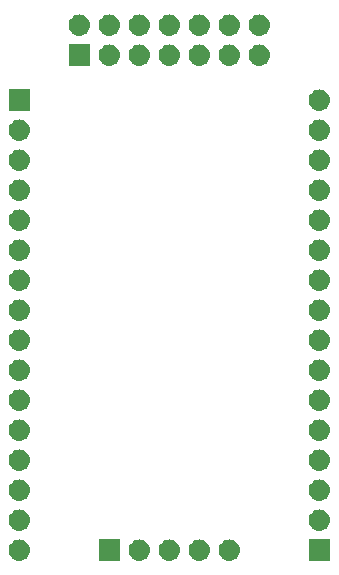
<source format=gbr>
G04 #@! TF.GenerationSoftware,KiCad,Pcbnew,(5.1.0)-1*
G04 #@! TF.CreationDate,2019-04-26T16:32:53+08:00*
G04 #@! TF.ProjectId,stm32,73746d33-322e-46b6-9963-61645f706362,rev?*
G04 #@! TF.SameCoordinates,Original*
G04 #@! TF.FileFunction,Soldermask,Bot*
G04 #@! TF.FilePolarity,Negative*
%FSLAX46Y46*%
G04 Gerber Fmt 4.6, Leading zero omitted, Abs format (unit mm)*
G04 Created by KiCad (PCBNEW (5.1.0)-1) date 2019-04-26 16:32:53*
%MOMM*%
%LPD*%
G04 APERTURE LIST*
%ADD10C,0.100000*%
G04 APERTURE END LIST*
D10*
G36*
X116950442Y-112770518D02*
G01*
X117016627Y-112777037D01*
X117186466Y-112828557D01*
X117342991Y-112912222D01*
X117378729Y-112941552D01*
X117480186Y-113024814D01*
X117563448Y-113126271D01*
X117592778Y-113162009D01*
X117676443Y-113318534D01*
X117727963Y-113488373D01*
X117745359Y-113665000D01*
X117727963Y-113841627D01*
X117676443Y-114011466D01*
X117592778Y-114167991D01*
X117563448Y-114203729D01*
X117480186Y-114305186D01*
X117378729Y-114388448D01*
X117342991Y-114417778D01*
X117186466Y-114501443D01*
X117016627Y-114552963D01*
X116950442Y-114559482D01*
X116884260Y-114566000D01*
X116795740Y-114566000D01*
X116729558Y-114559482D01*
X116663373Y-114552963D01*
X116493534Y-114501443D01*
X116337009Y-114417778D01*
X116301271Y-114388448D01*
X116199814Y-114305186D01*
X116116552Y-114203729D01*
X116087222Y-114167991D01*
X116003557Y-114011466D01*
X115952037Y-113841627D01*
X115934641Y-113665000D01*
X115952037Y-113488373D01*
X116003557Y-113318534D01*
X116087222Y-113162009D01*
X116116552Y-113126271D01*
X116199814Y-113024814D01*
X116301271Y-112941552D01*
X116337009Y-112912222D01*
X116493534Y-112828557D01*
X116663373Y-112777037D01*
X116729558Y-112770518D01*
X116795740Y-112764000D01*
X116884260Y-112764000D01*
X116950442Y-112770518D01*
X116950442Y-112770518D01*
G37*
G36*
X134730442Y-112770518D02*
G01*
X134796627Y-112777037D01*
X134966466Y-112828557D01*
X135122991Y-112912222D01*
X135158729Y-112941552D01*
X135260186Y-113024814D01*
X135343448Y-113126271D01*
X135372778Y-113162009D01*
X135456443Y-113318534D01*
X135507963Y-113488373D01*
X135525359Y-113665000D01*
X135507963Y-113841627D01*
X135456443Y-114011466D01*
X135372778Y-114167991D01*
X135343448Y-114203729D01*
X135260186Y-114305186D01*
X135158729Y-114388448D01*
X135122991Y-114417778D01*
X134966466Y-114501443D01*
X134796627Y-114552963D01*
X134730442Y-114559482D01*
X134664260Y-114566000D01*
X134575740Y-114566000D01*
X134509558Y-114559482D01*
X134443373Y-114552963D01*
X134273534Y-114501443D01*
X134117009Y-114417778D01*
X134081271Y-114388448D01*
X133979814Y-114305186D01*
X133896552Y-114203729D01*
X133867222Y-114167991D01*
X133783557Y-114011466D01*
X133732037Y-113841627D01*
X133714641Y-113665000D01*
X133732037Y-113488373D01*
X133783557Y-113318534D01*
X133867222Y-113162009D01*
X133896552Y-113126271D01*
X133979814Y-113024814D01*
X134081271Y-112941552D01*
X134117009Y-112912222D01*
X134273534Y-112828557D01*
X134443373Y-112777037D01*
X134509558Y-112770518D01*
X134575740Y-112764000D01*
X134664260Y-112764000D01*
X134730442Y-112770518D01*
X134730442Y-112770518D01*
G37*
G36*
X143141000Y-114566000D02*
G01*
X141339000Y-114566000D01*
X141339000Y-112764000D01*
X143141000Y-112764000D01*
X143141000Y-114566000D01*
X143141000Y-114566000D01*
G37*
G36*
X125361000Y-114566000D02*
G01*
X123559000Y-114566000D01*
X123559000Y-112764000D01*
X125361000Y-112764000D01*
X125361000Y-114566000D01*
X125361000Y-114566000D01*
G37*
G36*
X129650442Y-112770518D02*
G01*
X129716627Y-112777037D01*
X129886466Y-112828557D01*
X130042991Y-112912222D01*
X130078729Y-112941552D01*
X130180186Y-113024814D01*
X130263448Y-113126271D01*
X130292778Y-113162009D01*
X130376443Y-113318534D01*
X130427963Y-113488373D01*
X130445359Y-113665000D01*
X130427963Y-113841627D01*
X130376443Y-114011466D01*
X130292778Y-114167991D01*
X130263448Y-114203729D01*
X130180186Y-114305186D01*
X130078729Y-114388448D01*
X130042991Y-114417778D01*
X129886466Y-114501443D01*
X129716627Y-114552963D01*
X129650442Y-114559482D01*
X129584260Y-114566000D01*
X129495740Y-114566000D01*
X129429558Y-114559482D01*
X129363373Y-114552963D01*
X129193534Y-114501443D01*
X129037009Y-114417778D01*
X129001271Y-114388448D01*
X128899814Y-114305186D01*
X128816552Y-114203729D01*
X128787222Y-114167991D01*
X128703557Y-114011466D01*
X128652037Y-113841627D01*
X128634641Y-113665000D01*
X128652037Y-113488373D01*
X128703557Y-113318534D01*
X128787222Y-113162009D01*
X128816552Y-113126271D01*
X128899814Y-113024814D01*
X129001271Y-112941552D01*
X129037009Y-112912222D01*
X129193534Y-112828557D01*
X129363373Y-112777037D01*
X129429558Y-112770518D01*
X129495740Y-112764000D01*
X129584260Y-112764000D01*
X129650442Y-112770518D01*
X129650442Y-112770518D01*
G37*
G36*
X132190442Y-112770518D02*
G01*
X132256627Y-112777037D01*
X132426466Y-112828557D01*
X132582991Y-112912222D01*
X132618729Y-112941552D01*
X132720186Y-113024814D01*
X132803448Y-113126271D01*
X132832778Y-113162009D01*
X132916443Y-113318534D01*
X132967963Y-113488373D01*
X132985359Y-113665000D01*
X132967963Y-113841627D01*
X132916443Y-114011466D01*
X132832778Y-114167991D01*
X132803448Y-114203729D01*
X132720186Y-114305186D01*
X132618729Y-114388448D01*
X132582991Y-114417778D01*
X132426466Y-114501443D01*
X132256627Y-114552963D01*
X132190442Y-114559482D01*
X132124260Y-114566000D01*
X132035740Y-114566000D01*
X131969558Y-114559482D01*
X131903373Y-114552963D01*
X131733534Y-114501443D01*
X131577009Y-114417778D01*
X131541271Y-114388448D01*
X131439814Y-114305186D01*
X131356552Y-114203729D01*
X131327222Y-114167991D01*
X131243557Y-114011466D01*
X131192037Y-113841627D01*
X131174641Y-113665000D01*
X131192037Y-113488373D01*
X131243557Y-113318534D01*
X131327222Y-113162009D01*
X131356552Y-113126271D01*
X131439814Y-113024814D01*
X131541271Y-112941552D01*
X131577009Y-112912222D01*
X131733534Y-112828557D01*
X131903373Y-112777037D01*
X131969558Y-112770518D01*
X132035740Y-112764000D01*
X132124260Y-112764000D01*
X132190442Y-112770518D01*
X132190442Y-112770518D01*
G37*
G36*
X127110442Y-112770518D02*
G01*
X127176627Y-112777037D01*
X127346466Y-112828557D01*
X127502991Y-112912222D01*
X127538729Y-112941552D01*
X127640186Y-113024814D01*
X127723448Y-113126271D01*
X127752778Y-113162009D01*
X127836443Y-113318534D01*
X127887963Y-113488373D01*
X127905359Y-113665000D01*
X127887963Y-113841627D01*
X127836443Y-114011466D01*
X127752778Y-114167991D01*
X127723448Y-114203729D01*
X127640186Y-114305186D01*
X127538729Y-114388448D01*
X127502991Y-114417778D01*
X127346466Y-114501443D01*
X127176627Y-114552963D01*
X127110442Y-114559482D01*
X127044260Y-114566000D01*
X126955740Y-114566000D01*
X126889558Y-114559482D01*
X126823373Y-114552963D01*
X126653534Y-114501443D01*
X126497009Y-114417778D01*
X126461271Y-114388448D01*
X126359814Y-114305186D01*
X126276552Y-114203729D01*
X126247222Y-114167991D01*
X126163557Y-114011466D01*
X126112037Y-113841627D01*
X126094641Y-113665000D01*
X126112037Y-113488373D01*
X126163557Y-113318534D01*
X126247222Y-113162009D01*
X126276552Y-113126271D01*
X126359814Y-113024814D01*
X126461271Y-112941552D01*
X126497009Y-112912222D01*
X126653534Y-112828557D01*
X126823373Y-112777037D01*
X126889558Y-112770518D01*
X126955740Y-112764000D01*
X127044260Y-112764000D01*
X127110442Y-112770518D01*
X127110442Y-112770518D01*
G37*
G36*
X142350443Y-110230519D02*
G01*
X142416627Y-110237037D01*
X142586466Y-110288557D01*
X142742991Y-110372222D01*
X142778729Y-110401552D01*
X142880186Y-110484814D01*
X142963448Y-110586271D01*
X142992778Y-110622009D01*
X143076443Y-110778534D01*
X143127963Y-110948373D01*
X143145359Y-111125000D01*
X143127963Y-111301627D01*
X143076443Y-111471466D01*
X142992778Y-111627991D01*
X142963448Y-111663729D01*
X142880186Y-111765186D01*
X142778729Y-111848448D01*
X142742991Y-111877778D01*
X142586466Y-111961443D01*
X142416627Y-112012963D01*
X142350442Y-112019482D01*
X142284260Y-112026000D01*
X142195740Y-112026000D01*
X142129558Y-112019482D01*
X142063373Y-112012963D01*
X141893534Y-111961443D01*
X141737009Y-111877778D01*
X141701271Y-111848448D01*
X141599814Y-111765186D01*
X141516552Y-111663729D01*
X141487222Y-111627991D01*
X141403557Y-111471466D01*
X141352037Y-111301627D01*
X141334641Y-111125000D01*
X141352037Y-110948373D01*
X141403557Y-110778534D01*
X141487222Y-110622009D01*
X141516552Y-110586271D01*
X141599814Y-110484814D01*
X141701271Y-110401552D01*
X141737009Y-110372222D01*
X141893534Y-110288557D01*
X142063373Y-110237037D01*
X142129557Y-110230519D01*
X142195740Y-110224000D01*
X142284260Y-110224000D01*
X142350443Y-110230519D01*
X142350443Y-110230519D01*
G37*
G36*
X116950443Y-110230519D02*
G01*
X117016627Y-110237037D01*
X117186466Y-110288557D01*
X117342991Y-110372222D01*
X117378729Y-110401552D01*
X117480186Y-110484814D01*
X117563448Y-110586271D01*
X117592778Y-110622009D01*
X117676443Y-110778534D01*
X117727963Y-110948373D01*
X117745359Y-111125000D01*
X117727963Y-111301627D01*
X117676443Y-111471466D01*
X117592778Y-111627991D01*
X117563448Y-111663729D01*
X117480186Y-111765186D01*
X117378729Y-111848448D01*
X117342991Y-111877778D01*
X117186466Y-111961443D01*
X117016627Y-112012963D01*
X116950442Y-112019482D01*
X116884260Y-112026000D01*
X116795740Y-112026000D01*
X116729558Y-112019482D01*
X116663373Y-112012963D01*
X116493534Y-111961443D01*
X116337009Y-111877778D01*
X116301271Y-111848448D01*
X116199814Y-111765186D01*
X116116552Y-111663729D01*
X116087222Y-111627991D01*
X116003557Y-111471466D01*
X115952037Y-111301627D01*
X115934641Y-111125000D01*
X115952037Y-110948373D01*
X116003557Y-110778534D01*
X116087222Y-110622009D01*
X116116552Y-110586271D01*
X116199814Y-110484814D01*
X116301271Y-110401552D01*
X116337009Y-110372222D01*
X116493534Y-110288557D01*
X116663373Y-110237037D01*
X116729557Y-110230519D01*
X116795740Y-110224000D01*
X116884260Y-110224000D01*
X116950443Y-110230519D01*
X116950443Y-110230519D01*
G37*
G36*
X116950443Y-107690519D02*
G01*
X117016627Y-107697037D01*
X117186466Y-107748557D01*
X117342991Y-107832222D01*
X117378729Y-107861552D01*
X117480186Y-107944814D01*
X117563448Y-108046271D01*
X117592778Y-108082009D01*
X117676443Y-108238534D01*
X117727963Y-108408373D01*
X117745359Y-108585000D01*
X117727963Y-108761627D01*
X117676443Y-108931466D01*
X117592778Y-109087991D01*
X117563448Y-109123729D01*
X117480186Y-109225186D01*
X117378729Y-109308448D01*
X117342991Y-109337778D01*
X117186466Y-109421443D01*
X117016627Y-109472963D01*
X116950442Y-109479482D01*
X116884260Y-109486000D01*
X116795740Y-109486000D01*
X116729558Y-109479482D01*
X116663373Y-109472963D01*
X116493534Y-109421443D01*
X116337009Y-109337778D01*
X116301271Y-109308448D01*
X116199814Y-109225186D01*
X116116552Y-109123729D01*
X116087222Y-109087991D01*
X116003557Y-108931466D01*
X115952037Y-108761627D01*
X115934641Y-108585000D01*
X115952037Y-108408373D01*
X116003557Y-108238534D01*
X116087222Y-108082009D01*
X116116552Y-108046271D01*
X116199814Y-107944814D01*
X116301271Y-107861552D01*
X116337009Y-107832222D01*
X116493534Y-107748557D01*
X116663373Y-107697037D01*
X116729557Y-107690519D01*
X116795740Y-107684000D01*
X116884260Y-107684000D01*
X116950443Y-107690519D01*
X116950443Y-107690519D01*
G37*
G36*
X142350443Y-107690519D02*
G01*
X142416627Y-107697037D01*
X142586466Y-107748557D01*
X142742991Y-107832222D01*
X142778729Y-107861552D01*
X142880186Y-107944814D01*
X142963448Y-108046271D01*
X142992778Y-108082009D01*
X143076443Y-108238534D01*
X143127963Y-108408373D01*
X143145359Y-108585000D01*
X143127963Y-108761627D01*
X143076443Y-108931466D01*
X142992778Y-109087991D01*
X142963448Y-109123729D01*
X142880186Y-109225186D01*
X142778729Y-109308448D01*
X142742991Y-109337778D01*
X142586466Y-109421443D01*
X142416627Y-109472963D01*
X142350442Y-109479482D01*
X142284260Y-109486000D01*
X142195740Y-109486000D01*
X142129558Y-109479482D01*
X142063373Y-109472963D01*
X141893534Y-109421443D01*
X141737009Y-109337778D01*
X141701271Y-109308448D01*
X141599814Y-109225186D01*
X141516552Y-109123729D01*
X141487222Y-109087991D01*
X141403557Y-108931466D01*
X141352037Y-108761627D01*
X141334641Y-108585000D01*
X141352037Y-108408373D01*
X141403557Y-108238534D01*
X141487222Y-108082009D01*
X141516552Y-108046271D01*
X141599814Y-107944814D01*
X141701271Y-107861552D01*
X141737009Y-107832222D01*
X141893534Y-107748557D01*
X142063373Y-107697037D01*
X142129557Y-107690519D01*
X142195740Y-107684000D01*
X142284260Y-107684000D01*
X142350443Y-107690519D01*
X142350443Y-107690519D01*
G37*
G36*
X116950443Y-105150519D02*
G01*
X117016627Y-105157037D01*
X117186466Y-105208557D01*
X117342991Y-105292222D01*
X117378729Y-105321552D01*
X117480186Y-105404814D01*
X117563448Y-105506271D01*
X117592778Y-105542009D01*
X117676443Y-105698534D01*
X117727963Y-105868373D01*
X117745359Y-106045000D01*
X117727963Y-106221627D01*
X117676443Y-106391466D01*
X117592778Y-106547991D01*
X117563448Y-106583729D01*
X117480186Y-106685186D01*
X117378729Y-106768448D01*
X117342991Y-106797778D01*
X117186466Y-106881443D01*
X117016627Y-106932963D01*
X116950442Y-106939482D01*
X116884260Y-106946000D01*
X116795740Y-106946000D01*
X116729558Y-106939482D01*
X116663373Y-106932963D01*
X116493534Y-106881443D01*
X116337009Y-106797778D01*
X116301271Y-106768448D01*
X116199814Y-106685186D01*
X116116552Y-106583729D01*
X116087222Y-106547991D01*
X116003557Y-106391466D01*
X115952037Y-106221627D01*
X115934641Y-106045000D01*
X115952037Y-105868373D01*
X116003557Y-105698534D01*
X116087222Y-105542009D01*
X116116552Y-105506271D01*
X116199814Y-105404814D01*
X116301271Y-105321552D01*
X116337009Y-105292222D01*
X116493534Y-105208557D01*
X116663373Y-105157037D01*
X116729558Y-105150518D01*
X116795740Y-105144000D01*
X116884260Y-105144000D01*
X116950443Y-105150519D01*
X116950443Y-105150519D01*
G37*
G36*
X142350443Y-105150519D02*
G01*
X142416627Y-105157037D01*
X142586466Y-105208557D01*
X142742991Y-105292222D01*
X142778729Y-105321552D01*
X142880186Y-105404814D01*
X142963448Y-105506271D01*
X142992778Y-105542009D01*
X143076443Y-105698534D01*
X143127963Y-105868373D01*
X143145359Y-106045000D01*
X143127963Y-106221627D01*
X143076443Y-106391466D01*
X142992778Y-106547991D01*
X142963448Y-106583729D01*
X142880186Y-106685186D01*
X142778729Y-106768448D01*
X142742991Y-106797778D01*
X142586466Y-106881443D01*
X142416627Y-106932963D01*
X142350442Y-106939482D01*
X142284260Y-106946000D01*
X142195740Y-106946000D01*
X142129558Y-106939482D01*
X142063373Y-106932963D01*
X141893534Y-106881443D01*
X141737009Y-106797778D01*
X141701271Y-106768448D01*
X141599814Y-106685186D01*
X141516552Y-106583729D01*
X141487222Y-106547991D01*
X141403557Y-106391466D01*
X141352037Y-106221627D01*
X141334641Y-106045000D01*
X141352037Y-105868373D01*
X141403557Y-105698534D01*
X141487222Y-105542009D01*
X141516552Y-105506271D01*
X141599814Y-105404814D01*
X141701271Y-105321552D01*
X141737009Y-105292222D01*
X141893534Y-105208557D01*
X142063373Y-105157037D01*
X142129558Y-105150518D01*
X142195740Y-105144000D01*
X142284260Y-105144000D01*
X142350443Y-105150519D01*
X142350443Y-105150519D01*
G37*
G36*
X116950442Y-102610518D02*
G01*
X117016627Y-102617037D01*
X117186466Y-102668557D01*
X117342991Y-102752222D01*
X117378729Y-102781552D01*
X117480186Y-102864814D01*
X117563448Y-102966271D01*
X117592778Y-103002009D01*
X117676443Y-103158534D01*
X117727963Y-103328373D01*
X117745359Y-103505000D01*
X117727963Y-103681627D01*
X117676443Y-103851466D01*
X117592778Y-104007991D01*
X117563448Y-104043729D01*
X117480186Y-104145186D01*
X117378729Y-104228448D01*
X117342991Y-104257778D01*
X117186466Y-104341443D01*
X117016627Y-104392963D01*
X116950442Y-104399482D01*
X116884260Y-104406000D01*
X116795740Y-104406000D01*
X116729558Y-104399482D01*
X116663373Y-104392963D01*
X116493534Y-104341443D01*
X116337009Y-104257778D01*
X116301271Y-104228448D01*
X116199814Y-104145186D01*
X116116552Y-104043729D01*
X116087222Y-104007991D01*
X116003557Y-103851466D01*
X115952037Y-103681627D01*
X115934641Y-103505000D01*
X115952037Y-103328373D01*
X116003557Y-103158534D01*
X116087222Y-103002009D01*
X116116552Y-102966271D01*
X116199814Y-102864814D01*
X116301271Y-102781552D01*
X116337009Y-102752222D01*
X116493534Y-102668557D01*
X116663373Y-102617037D01*
X116729558Y-102610518D01*
X116795740Y-102604000D01*
X116884260Y-102604000D01*
X116950442Y-102610518D01*
X116950442Y-102610518D01*
G37*
G36*
X142350442Y-102610518D02*
G01*
X142416627Y-102617037D01*
X142586466Y-102668557D01*
X142742991Y-102752222D01*
X142778729Y-102781552D01*
X142880186Y-102864814D01*
X142963448Y-102966271D01*
X142992778Y-103002009D01*
X143076443Y-103158534D01*
X143127963Y-103328373D01*
X143145359Y-103505000D01*
X143127963Y-103681627D01*
X143076443Y-103851466D01*
X142992778Y-104007991D01*
X142963448Y-104043729D01*
X142880186Y-104145186D01*
X142778729Y-104228448D01*
X142742991Y-104257778D01*
X142586466Y-104341443D01*
X142416627Y-104392963D01*
X142350442Y-104399482D01*
X142284260Y-104406000D01*
X142195740Y-104406000D01*
X142129558Y-104399482D01*
X142063373Y-104392963D01*
X141893534Y-104341443D01*
X141737009Y-104257778D01*
X141701271Y-104228448D01*
X141599814Y-104145186D01*
X141516552Y-104043729D01*
X141487222Y-104007991D01*
X141403557Y-103851466D01*
X141352037Y-103681627D01*
X141334641Y-103505000D01*
X141352037Y-103328373D01*
X141403557Y-103158534D01*
X141487222Y-103002009D01*
X141516552Y-102966271D01*
X141599814Y-102864814D01*
X141701271Y-102781552D01*
X141737009Y-102752222D01*
X141893534Y-102668557D01*
X142063373Y-102617037D01*
X142129558Y-102610518D01*
X142195740Y-102604000D01*
X142284260Y-102604000D01*
X142350442Y-102610518D01*
X142350442Y-102610518D01*
G37*
G36*
X116950442Y-100070518D02*
G01*
X117016627Y-100077037D01*
X117186466Y-100128557D01*
X117342991Y-100212222D01*
X117378729Y-100241552D01*
X117480186Y-100324814D01*
X117563448Y-100426271D01*
X117592778Y-100462009D01*
X117676443Y-100618534D01*
X117727963Y-100788373D01*
X117745359Y-100965000D01*
X117727963Y-101141627D01*
X117676443Y-101311466D01*
X117592778Y-101467991D01*
X117563448Y-101503729D01*
X117480186Y-101605186D01*
X117378729Y-101688448D01*
X117342991Y-101717778D01*
X117186466Y-101801443D01*
X117016627Y-101852963D01*
X116950443Y-101859481D01*
X116884260Y-101866000D01*
X116795740Y-101866000D01*
X116729558Y-101859482D01*
X116663373Y-101852963D01*
X116493534Y-101801443D01*
X116337009Y-101717778D01*
X116301271Y-101688448D01*
X116199814Y-101605186D01*
X116116552Y-101503729D01*
X116087222Y-101467991D01*
X116003557Y-101311466D01*
X115952037Y-101141627D01*
X115934641Y-100965000D01*
X115952037Y-100788373D01*
X116003557Y-100618534D01*
X116087222Y-100462009D01*
X116116552Y-100426271D01*
X116199814Y-100324814D01*
X116301271Y-100241552D01*
X116337009Y-100212222D01*
X116493534Y-100128557D01*
X116663373Y-100077037D01*
X116729557Y-100070519D01*
X116795740Y-100064000D01*
X116884260Y-100064000D01*
X116950442Y-100070518D01*
X116950442Y-100070518D01*
G37*
G36*
X142350442Y-100070518D02*
G01*
X142416627Y-100077037D01*
X142586466Y-100128557D01*
X142742991Y-100212222D01*
X142778729Y-100241552D01*
X142880186Y-100324814D01*
X142963448Y-100426271D01*
X142992778Y-100462009D01*
X143076443Y-100618534D01*
X143127963Y-100788373D01*
X143145359Y-100965000D01*
X143127963Y-101141627D01*
X143076443Y-101311466D01*
X142992778Y-101467991D01*
X142963448Y-101503729D01*
X142880186Y-101605186D01*
X142778729Y-101688448D01*
X142742991Y-101717778D01*
X142586466Y-101801443D01*
X142416627Y-101852963D01*
X142350443Y-101859481D01*
X142284260Y-101866000D01*
X142195740Y-101866000D01*
X142129558Y-101859482D01*
X142063373Y-101852963D01*
X141893534Y-101801443D01*
X141737009Y-101717778D01*
X141701271Y-101688448D01*
X141599814Y-101605186D01*
X141516552Y-101503729D01*
X141487222Y-101467991D01*
X141403557Y-101311466D01*
X141352037Y-101141627D01*
X141334641Y-100965000D01*
X141352037Y-100788373D01*
X141403557Y-100618534D01*
X141487222Y-100462009D01*
X141516552Y-100426271D01*
X141599814Y-100324814D01*
X141701271Y-100241552D01*
X141737009Y-100212222D01*
X141893534Y-100128557D01*
X142063373Y-100077037D01*
X142129557Y-100070519D01*
X142195740Y-100064000D01*
X142284260Y-100064000D01*
X142350442Y-100070518D01*
X142350442Y-100070518D01*
G37*
G36*
X116950442Y-97530518D02*
G01*
X117016627Y-97537037D01*
X117186466Y-97588557D01*
X117342991Y-97672222D01*
X117378729Y-97701552D01*
X117480186Y-97784814D01*
X117563448Y-97886271D01*
X117592778Y-97922009D01*
X117676443Y-98078534D01*
X117727963Y-98248373D01*
X117745359Y-98425000D01*
X117727963Y-98601627D01*
X117676443Y-98771466D01*
X117592778Y-98927991D01*
X117563448Y-98963729D01*
X117480186Y-99065186D01*
X117378729Y-99148448D01*
X117342991Y-99177778D01*
X117186466Y-99261443D01*
X117016627Y-99312963D01*
X116950442Y-99319482D01*
X116884260Y-99326000D01*
X116795740Y-99326000D01*
X116729557Y-99319481D01*
X116663373Y-99312963D01*
X116493534Y-99261443D01*
X116337009Y-99177778D01*
X116301271Y-99148448D01*
X116199814Y-99065186D01*
X116116552Y-98963729D01*
X116087222Y-98927991D01*
X116003557Y-98771466D01*
X115952037Y-98601627D01*
X115934641Y-98425000D01*
X115952037Y-98248373D01*
X116003557Y-98078534D01*
X116087222Y-97922009D01*
X116116552Y-97886271D01*
X116199814Y-97784814D01*
X116301271Y-97701552D01*
X116337009Y-97672222D01*
X116493534Y-97588557D01*
X116663373Y-97537037D01*
X116729558Y-97530518D01*
X116795740Y-97524000D01*
X116884260Y-97524000D01*
X116950442Y-97530518D01*
X116950442Y-97530518D01*
G37*
G36*
X142350442Y-97530518D02*
G01*
X142416627Y-97537037D01*
X142586466Y-97588557D01*
X142742991Y-97672222D01*
X142778729Y-97701552D01*
X142880186Y-97784814D01*
X142963448Y-97886271D01*
X142992778Y-97922009D01*
X143076443Y-98078534D01*
X143127963Y-98248373D01*
X143145359Y-98425000D01*
X143127963Y-98601627D01*
X143076443Y-98771466D01*
X142992778Y-98927991D01*
X142963448Y-98963729D01*
X142880186Y-99065186D01*
X142778729Y-99148448D01*
X142742991Y-99177778D01*
X142586466Y-99261443D01*
X142416627Y-99312963D01*
X142350442Y-99319482D01*
X142284260Y-99326000D01*
X142195740Y-99326000D01*
X142129557Y-99319481D01*
X142063373Y-99312963D01*
X141893534Y-99261443D01*
X141737009Y-99177778D01*
X141701271Y-99148448D01*
X141599814Y-99065186D01*
X141516552Y-98963729D01*
X141487222Y-98927991D01*
X141403557Y-98771466D01*
X141352037Y-98601627D01*
X141334641Y-98425000D01*
X141352037Y-98248373D01*
X141403557Y-98078534D01*
X141487222Y-97922009D01*
X141516552Y-97886271D01*
X141599814Y-97784814D01*
X141701271Y-97701552D01*
X141737009Y-97672222D01*
X141893534Y-97588557D01*
X142063373Y-97537037D01*
X142129558Y-97530518D01*
X142195740Y-97524000D01*
X142284260Y-97524000D01*
X142350442Y-97530518D01*
X142350442Y-97530518D01*
G37*
G36*
X142350443Y-94990519D02*
G01*
X142416627Y-94997037D01*
X142586466Y-95048557D01*
X142742991Y-95132222D01*
X142778729Y-95161552D01*
X142880186Y-95244814D01*
X142963448Y-95346271D01*
X142992778Y-95382009D01*
X143076443Y-95538534D01*
X143127963Y-95708373D01*
X143145359Y-95885000D01*
X143127963Y-96061627D01*
X143076443Y-96231466D01*
X142992778Y-96387991D01*
X142963448Y-96423729D01*
X142880186Y-96525186D01*
X142778729Y-96608448D01*
X142742991Y-96637778D01*
X142586466Y-96721443D01*
X142416627Y-96772963D01*
X142350442Y-96779482D01*
X142284260Y-96786000D01*
X142195740Y-96786000D01*
X142129558Y-96779482D01*
X142063373Y-96772963D01*
X141893534Y-96721443D01*
X141737009Y-96637778D01*
X141701271Y-96608448D01*
X141599814Y-96525186D01*
X141516552Y-96423729D01*
X141487222Y-96387991D01*
X141403557Y-96231466D01*
X141352037Y-96061627D01*
X141334641Y-95885000D01*
X141352037Y-95708373D01*
X141403557Y-95538534D01*
X141487222Y-95382009D01*
X141516552Y-95346271D01*
X141599814Y-95244814D01*
X141701271Y-95161552D01*
X141737009Y-95132222D01*
X141893534Y-95048557D01*
X142063373Y-94997037D01*
X142129557Y-94990519D01*
X142195740Y-94984000D01*
X142284260Y-94984000D01*
X142350443Y-94990519D01*
X142350443Y-94990519D01*
G37*
G36*
X116950443Y-94990519D02*
G01*
X117016627Y-94997037D01*
X117186466Y-95048557D01*
X117342991Y-95132222D01*
X117378729Y-95161552D01*
X117480186Y-95244814D01*
X117563448Y-95346271D01*
X117592778Y-95382009D01*
X117676443Y-95538534D01*
X117727963Y-95708373D01*
X117745359Y-95885000D01*
X117727963Y-96061627D01*
X117676443Y-96231466D01*
X117592778Y-96387991D01*
X117563448Y-96423729D01*
X117480186Y-96525186D01*
X117378729Y-96608448D01*
X117342991Y-96637778D01*
X117186466Y-96721443D01*
X117016627Y-96772963D01*
X116950442Y-96779482D01*
X116884260Y-96786000D01*
X116795740Y-96786000D01*
X116729558Y-96779482D01*
X116663373Y-96772963D01*
X116493534Y-96721443D01*
X116337009Y-96637778D01*
X116301271Y-96608448D01*
X116199814Y-96525186D01*
X116116552Y-96423729D01*
X116087222Y-96387991D01*
X116003557Y-96231466D01*
X115952037Y-96061627D01*
X115934641Y-95885000D01*
X115952037Y-95708373D01*
X116003557Y-95538534D01*
X116087222Y-95382009D01*
X116116552Y-95346271D01*
X116199814Y-95244814D01*
X116301271Y-95161552D01*
X116337009Y-95132222D01*
X116493534Y-95048557D01*
X116663373Y-94997037D01*
X116729557Y-94990519D01*
X116795740Y-94984000D01*
X116884260Y-94984000D01*
X116950443Y-94990519D01*
X116950443Y-94990519D01*
G37*
G36*
X116950443Y-92450519D02*
G01*
X117016627Y-92457037D01*
X117186466Y-92508557D01*
X117342991Y-92592222D01*
X117378729Y-92621552D01*
X117480186Y-92704814D01*
X117563448Y-92806271D01*
X117592778Y-92842009D01*
X117676443Y-92998534D01*
X117727963Y-93168373D01*
X117745359Y-93345000D01*
X117727963Y-93521627D01*
X117676443Y-93691466D01*
X117592778Y-93847991D01*
X117563448Y-93883729D01*
X117480186Y-93985186D01*
X117378729Y-94068448D01*
X117342991Y-94097778D01*
X117186466Y-94181443D01*
X117016627Y-94232963D01*
X116950443Y-94239481D01*
X116884260Y-94246000D01*
X116795740Y-94246000D01*
X116729557Y-94239481D01*
X116663373Y-94232963D01*
X116493534Y-94181443D01*
X116337009Y-94097778D01*
X116301271Y-94068448D01*
X116199814Y-93985186D01*
X116116552Y-93883729D01*
X116087222Y-93847991D01*
X116003557Y-93691466D01*
X115952037Y-93521627D01*
X115934641Y-93345000D01*
X115952037Y-93168373D01*
X116003557Y-92998534D01*
X116087222Y-92842009D01*
X116116552Y-92806271D01*
X116199814Y-92704814D01*
X116301271Y-92621552D01*
X116337009Y-92592222D01*
X116493534Y-92508557D01*
X116663373Y-92457037D01*
X116729557Y-92450519D01*
X116795740Y-92444000D01*
X116884260Y-92444000D01*
X116950443Y-92450519D01*
X116950443Y-92450519D01*
G37*
G36*
X142350443Y-92450519D02*
G01*
X142416627Y-92457037D01*
X142586466Y-92508557D01*
X142742991Y-92592222D01*
X142778729Y-92621552D01*
X142880186Y-92704814D01*
X142963448Y-92806271D01*
X142992778Y-92842009D01*
X143076443Y-92998534D01*
X143127963Y-93168373D01*
X143145359Y-93345000D01*
X143127963Y-93521627D01*
X143076443Y-93691466D01*
X142992778Y-93847991D01*
X142963448Y-93883729D01*
X142880186Y-93985186D01*
X142778729Y-94068448D01*
X142742991Y-94097778D01*
X142586466Y-94181443D01*
X142416627Y-94232963D01*
X142350443Y-94239481D01*
X142284260Y-94246000D01*
X142195740Y-94246000D01*
X142129557Y-94239481D01*
X142063373Y-94232963D01*
X141893534Y-94181443D01*
X141737009Y-94097778D01*
X141701271Y-94068448D01*
X141599814Y-93985186D01*
X141516552Y-93883729D01*
X141487222Y-93847991D01*
X141403557Y-93691466D01*
X141352037Y-93521627D01*
X141334641Y-93345000D01*
X141352037Y-93168373D01*
X141403557Y-92998534D01*
X141487222Y-92842009D01*
X141516552Y-92806271D01*
X141599814Y-92704814D01*
X141701271Y-92621552D01*
X141737009Y-92592222D01*
X141893534Y-92508557D01*
X142063373Y-92457037D01*
X142129557Y-92450519D01*
X142195740Y-92444000D01*
X142284260Y-92444000D01*
X142350443Y-92450519D01*
X142350443Y-92450519D01*
G37*
G36*
X116950442Y-89910518D02*
G01*
X117016627Y-89917037D01*
X117186466Y-89968557D01*
X117342991Y-90052222D01*
X117378729Y-90081552D01*
X117480186Y-90164814D01*
X117563448Y-90266271D01*
X117592778Y-90302009D01*
X117676443Y-90458534D01*
X117727963Y-90628373D01*
X117745359Y-90805000D01*
X117727963Y-90981627D01*
X117676443Y-91151466D01*
X117592778Y-91307991D01*
X117563448Y-91343729D01*
X117480186Y-91445186D01*
X117378729Y-91528448D01*
X117342991Y-91557778D01*
X117186466Y-91641443D01*
X117016627Y-91692963D01*
X116950442Y-91699482D01*
X116884260Y-91706000D01*
X116795740Y-91706000D01*
X116729558Y-91699482D01*
X116663373Y-91692963D01*
X116493534Y-91641443D01*
X116337009Y-91557778D01*
X116301271Y-91528448D01*
X116199814Y-91445186D01*
X116116552Y-91343729D01*
X116087222Y-91307991D01*
X116003557Y-91151466D01*
X115952037Y-90981627D01*
X115934641Y-90805000D01*
X115952037Y-90628373D01*
X116003557Y-90458534D01*
X116087222Y-90302009D01*
X116116552Y-90266271D01*
X116199814Y-90164814D01*
X116301271Y-90081552D01*
X116337009Y-90052222D01*
X116493534Y-89968557D01*
X116663373Y-89917037D01*
X116729558Y-89910518D01*
X116795740Y-89904000D01*
X116884260Y-89904000D01*
X116950442Y-89910518D01*
X116950442Y-89910518D01*
G37*
G36*
X142350442Y-89910518D02*
G01*
X142416627Y-89917037D01*
X142586466Y-89968557D01*
X142742991Y-90052222D01*
X142778729Y-90081552D01*
X142880186Y-90164814D01*
X142963448Y-90266271D01*
X142992778Y-90302009D01*
X143076443Y-90458534D01*
X143127963Y-90628373D01*
X143145359Y-90805000D01*
X143127963Y-90981627D01*
X143076443Y-91151466D01*
X142992778Y-91307991D01*
X142963448Y-91343729D01*
X142880186Y-91445186D01*
X142778729Y-91528448D01*
X142742991Y-91557778D01*
X142586466Y-91641443D01*
X142416627Y-91692963D01*
X142350442Y-91699482D01*
X142284260Y-91706000D01*
X142195740Y-91706000D01*
X142129558Y-91699482D01*
X142063373Y-91692963D01*
X141893534Y-91641443D01*
X141737009Y-91557778D01*
X141701271Y-91528448D01*
X141599814Y-91445186D01*
X141516552Y-91343729D01*
X141487222Y-91307991D01*
X141403557Y-91151466D01*
X141352037Y-90981627D01*
X141334641Y-90805000D01*
X141352037Y-90628373D01*
X141403557Y-90458534D01*
X141487222Y-90302009D01*
X141516552Y-90266271D01*
X141599814Y-90164814D01*
X141701271Y-90081552D01*
X141737009Y-90052222D01*
X141893534Y-89968557D01*
X142063373Y-89917037D01*
X142129558Y-89910518D01*
X142195740Y-89904000D01*
X142284260Y-89904000D01*
X142350442Y-89910518D01*
X142350442Y-89910518D01*
G37*
G36*
X116950443Y-87370519D02*
G01*
X117016627Y-87377037D01*
X117186466Y-87428557D01*
X117342991Y-87512222D01*
X117378729Y-87541552D01*
X117480186Y-87624814D01*
X117563448Y-87726271D01*
X117592778Y-87762009D01*
X117676443Y-87918534D01*
X117727963Y-88088373D01*
X117745359Y-88265000D01*
X117727963Y-88441627D01*
X117676443Y-88611466D01*
X117592778Y-88767991D01*
X117563448Y-88803729D01*
X117480186Y-88905186D01*
X117378729Y-88988448D01*
X117342991Y-89017778D01*
X117186466Y-89101443D01*
X117016627Y-89152963D01*
X116950443Y-89159481D01*
X116884260Y-89166000D01*
X116795740Y-89166000D01*
X116729557Y-89159481D01*
X116663373Y-89152963D01*
X116493534Y-89101443D01*
X116337009Y-89017778D01*
X116301271Y-88988448D01*
X116199814Y-88905186D01*
X116116552Y-88803729D01*
X116087222Y-88767991D01*
X116003557Y-88611466D01*
X115952037Y-88441627D01*
X115934641Y-88265000D01*
X115952037Y-88088373D01*
X116003557Y-87918534D01*
X116087222Y-87762009D01*
X116116552Y-87726271D01*
X116199814Y-87624814D01*
X116301271Y-87541552D01*
X116337009Y-87512222D01*
X116493534Y-87428557D01*
X116663373Y-87377037D01*
X116729557Y-87370519D01*
X116795740Y-87364000D01*
X116884260Y-87364000D01*
X116950443Y-87370519D01*
X116950443Y-87370519D01*
G37*
G36*
X142350443Y-87370519D02*
G01*
X142416627Y-87377037D01*
X142586466Y-87428557D01*
X142742991Y-87512222D01*
X142778729Y-87541552D01*
X142880186Y-87624814D01*
X142963448Y-87726271D01*
X142992778Y-87762009D01*
X143076443Y-87918534D01*
X143127963Y-88088373D01*
X143145359Y-88265000D01*
X143127963Y-88441627D01*
X143076443Y-88611466D01*
X142992778Y-88767991D01*
X142963448Y-88803729D01*
X142880186Y-88905186D01*
X142778729Y-88988448D01*
X142742991Y-89017778D01*
X142586466Y-89101443D01*
X142416627Y-89152963D01*
X142350443Y-89159481D01*
X142284260Y-89166000D01*
X142195740Y-89166000D01*
X142129557Y-89159481D01*
X142063373Y-89152963D01*
X141893534Y-89101443D01*
X141737009Y-89017778D01*
X141701271Y-88988448D01*
X141599814Y-88905186D01*
X141516552Y-88803729D01*
X141487222Y-88767991D01*
X141403557Y-88611466D01*
X141352037Y-88441627D01*
X141334641Y-88265000D01*
X141352037Y-88088373D01*
X141403557Y-87918534D01*
X141487222Y-87762009D01*
X141516552Y-87726271D01*
X141599814Y-87624814D01*
X141701271Y-87541552D01*
X141737009Y-87512222D01*
X141893534Y-87428557D01*
X142063373Y-87377037D01*
X142129557Y-87370519D01*
X142195740Y-87364000D01*
X142284260Y-87364000D01*
X142350443Y-87370519D01*
X142350443Y-87370519D01*
G37*
G36*
X142350443Y-84830519D02*
G01*
X142416627Y-84837037D01*
X142586466Y-84888557D01*
X142742991Y-84972222D01*
X142778729Y-85001552D01*
X142880186Y-85084814D01*
X142963448Y-85186271D01*
X142992778Y-85222009D01*
X143076443Y-85378534D01*
X143127963Y-85548373D01*
X143145359Y-85725000D01*
X143127963Y-85901627D01*
X143076443Y-86071466D01*
X142992778Y-86227991D01*
X142963448Y-86263729D01*
X142880186Y-86365186D01*
X142778729Y-86448448D01*
X142742991Y-86477778D01*
X142586466Y-86561443D01*
X142416627Y-86612963D01*
X142350442Y-86619482D01*
X142284260Y-86626000D01*
X142195740Y-86626000D01*
X142129558Y-86619482D01*
X142063373Y-86612963D01*
X141893534Y-86561443D01*
X141737009Y-86477778D01*
X141701271Y-86448448D01*
X141599814Y-86365186D01*
X141516552Y-86263729D01*
X141487222Y-86227991D01*
X141403557Y-86071466D01*
X141352037Y-85901627D01*
X141334641Y-85725000D01*
X141352037Y-85548373D01*
X141403557Y-85378534D01*
X141487222Y-85222009D01*
X141516552Y-85186271D01*
X141599814Y-85084814D01*
X141701271Y-85001552D01*
X141737009Y-84972222D01*
X141893534Y-84888557D01*
X142063373Y-84837037D01*
X142129557Y-84830519D01*
X142195740Y-84824000D01*
X142284260Y-84824000D01*
X142350443Y-84830519D01*
X142350443Y-84830519D01*
G37*
G36*
X116950443Y-84830519D02*
G01*
X117016627Y-84837037D01*
X117186466Y-84888557D01*
X117342991Y-84972222D01*
X117378729Y-85001552D01*
X117480186Y-85084814D01*
X117563448Y-85186271D01*
X117592778Y-85222009D01*
X117676443Y-85378534D01*
X117727963Y-85548373D01*
X117745359Y-85725000D01*
X117727963Y-85901627D01*
X117676443Y-86071466D01*
X117592778Y-86227991D01*
X117563448Y-86263729D01*
X117480186Y-86365186D01*
X117378729Y-86448448D01*
X117342991Y-86477778D01*
X117186466Y-86561443D01*
X117016627Y-86612963D01*
X116950442Y-86619482D01*
X116884260Y-86626000D01*
X116795740Y-86626000D01*
X116729558Y-86619482D01*
X116663373Y-86612963D01*
X116493534Y-86561443D01*
X116337009Y-86477778D01*
X116301271Y-86448448D01*
X116199814Y-86365186D01*
X116116552Y-86263729D01*
X116087222Y-86227991D01*
X116003557Y-86071466D01*
X115952037Y-85901627D01*
X115934641Y-85725000D01*
X115952037Y-85548373D01*
X116003557Y-85378534D01*
X116087222Y-85222009D01*
X116116552Y-85186271D01*
X116199814Y-85084814D01*
X116301271Y-85001552D01*
X116337009Y-84972222D01*
X116493534Y-84888557D01*
X116663373Y-84837037D01*
X116729557Y-84830519D01*
X116795740Y-84824000D01*
X116884260Y-84824000D01*
X116950443Y-84830519D01*
X116950443Y-84830519D01*
G37*
G36*
X142350443Y-82290519D02*
G01*
X142416627Y-82297037D01*
X142586466Y-82348557D01*
X142742991Y-82432222D01*
X142778729Y-82461552D01*
X142880186Y-82544814D01*
X142963448Y-82646271D01*
X142992778Y-82682009D01*
X143076443Y-82838534D01*
X143127963Y-83008373D01*
X143145359Y-83185000D01*
X143127963Y-83361627D01*
X143076443Y-83531466D01*
X142992778Y-83687991D01*
X142963448Y-83723729D01*
X142880186Y-83825186D01*
X142778729Y-83908448D01*
X142742991Y-83937778D01*
X142586466Y-84021443D01*
X142416627Y-84072963D01*
X142350443Y-84079481D01*
X142284260Y-84086000D01*
X142195740Y-84086000D01*
X142129557Y-84079481D01*
X142063373Y-84072963D01*
X141893534Y-84021443D01*
X141737009Y-83937778D01*
X141701271Y-83908448D01*
X141599814Y-83825186D01*
X141516552Y-83723729D01*
X141487222Y-83687991D01*
X141403557Y-83531466D01*
X141352037Y-83361627D01*
X141334641Y-83185000D01*
X141352037Y-83008373D01*
X141403557Y-82838534D01*
X141487222Y-82682009D01*
X141516552Y-82646271D01*
X141599814Y-82544814D01*
X141701271Y-82461552D01*
X141737009Y-82432222D01*
X141893534Y-82348557D01*
X142063373Y-82297037D01*
X142129557Y-82290519D01*
X142195740Y-82284000D01*
X142284260Y-82284000D01*
X142350443Y-82290519D01*
X142350443Y-82290519D01*
G37*
G36*
X116950443Y-82290519D02*
G01*
X117016627Y-82297037D01*
X117186466Y-82348557D01*
X117342991Y-82432222D01*
X117378729Y-82461552D01*
X117480186Y-82544814D01*
X117563448Y-82646271D01*
X117592778Y-82682009D01*
X117676443Y-82838534D01*
X117727963Y-83008373D01*
X117745359Y-83185000D01*
X117727963Y-83361627D01*
X117676443Y-83531466D01*
X117592778Y-83687991D01*
X117563448Y-83723729D01*
X117480186Y-83825186D01*
X117378729Y-83908448D01*
X117342991Y-83937778D01*
X117186466Y-84021443D01*
X117016627Y-84072963D01*
X116950443Y-84079481D01*
X116884260Y-84086000D01*
X116795740Y-84086000D01*
X116729557Y-84079481D01*
X116663373Y-84072963D01*
X116493534Y-84021443D01*
X116337009Y-83937778D01*
X116301271Y-83908448D01*
X116199814Y-83825186D01*
X116116552Y-83723729D01*
X116087222Y-83687991D01*
X116003557Y-83531466D01*
X115952037Y-83361627D01*
X115934641Y-83185000D01*
X115952037Y-83008373D01*
X116003557Y-82838534D01*
X116087222Y-82682009D01*
X116116552Y-82646271D01*
X116199814Y-82544814D01*
X116301271Y-82461552D01*
X116337009Y-82432222D01*
X116493534Y-82348557D01*
X116663373Y-82297037D01*
X116729557Y-82290519D01*
X116795740Y-82284000D01*
X116884260Y-82284000D01*
X116950443Y-82290519D01*
X116950443Y-82290519D01*
G37*
G36*
X142350442Y-79750518D02*
G01*
X142416627Y-79757037D01*
X142586466Y-79808557D01*
X142742991Y-79892222D01*
X142778729Y-79921552D01*
X142880186Y-80004814D01*
X142963448Y-80106271D01*
X142992778Y-80142009D01*
X143076443Y-80298534D01*
X143127963Y-80468373D01*
X143145359Y-80645000D01*
X143127963Y-80821627D01*
X143076443Y-80991466D01*
X142992778Y-81147991D01*
X142963448Y-81183729D01*
X142880186Y-81285186D01*
X142778729Y-81368448D01*
X142742991Y-81397778D01*
X142586466Y-81481443D01*
X142416627Y-81532963D01*
X142350442Y-81539482D01*
X142284260Y-81546000D01*
X142195740Y-81546000D01*
X142129558Y-81539482D01*
X142063373Y-81532963D01*
X141893534Y-81481443D01*
X141737009Y-81397778D01*
X141701271Y-81368448D01*
X141599814Y-81285186D01*
X141516552Y-81183729D01*
X141487222Y-81147991D01*
X141403557Y-80991466D01*
X141352037Y-80821627D01*
X141334641Y-80645000D01*
X141352037Y-80468373D01*
X141403557Y-80298534D01*
X141487222Y-80142009D01*
X141516552Y-80106271D01*
X141599814Y-80004814D01*
X141701271Y-79921552D01*
X141737009Y-79892222D01*
X141893534Y-79808557D01*
X142063373Y-79757037D01*
X142129558Y-79750518D01*
X142195740Y-79744000D01*
X142284260Y-79744000D01*
X142350442Y-79750518D01*
X142350442Y-79750518D01*
G37*
G36*
X116950442Y-79750518D02*
G01*
X117016627Y-79757037D01*
X117186466Y-79808557D01*
X117342991Y-79892222D01*
X117378729Y-79921552D01*
X117480186Y-80004814D01*
X117563448Y-80106271D01*
X117592778Y-80142009D01*
X117676443Y-80298534D01*
X117727963Y-80468373D01*
X117745359Y-80645000D01*
X117727963Y-80821627D01*
X117676443Y-80991466D01*
X117592778Y-81147991D01*
X117563448Y-81183729D01*
X117480186Y-81285186D01*
X117378729Y-81368448D01*
X117342991Y-81397778D01*
X117186466Y-81481443D01*
X117016627Y-81532963D01*
X116950442Y-81539482D01*
X116884260Y-81546000D01*
X116795740Y-81546000D01*
X116729558Y-81539482D01*
X116663373Y-81532963D01*
X116493534Y-81481443D01*
X116337009Y-81397778D01*
X116301271Y-81368448D01*
X116199814Y-81285186D01*
X116116552Y-81183729D01*
X116087222Y-81147991D01*
X116003557Y-80991466D01*
X115952037Y-80821627D01*
X115934641Y-80645000D01*
X115952037Y-80468373D01*
X116003557Y-80298534D01*
X116087222Y-80142009D01*
X116116552Y-80106271D01*
X116199814Y-80004814D01*
X116301271Y-79921552D01*
X116337009Y-79892222D01*
X116493534Y-79808557D01*
X116663373Y-79757037D01*
X116729558Y-79750518D01*
X116795740Y-79744000D01*
X116884260Y-79744000D01*
X116950442Y-79750518D01*
X116950442Y-79750518D01*
G37*
G36*
X142350443Y-77210519D02*
G01*
X142416627Y-77217037D01*
X142586466Y-77268557D01*
X142742991Y-77352222D01*
X142778729Y-77381552D01*
X142880186Y-77464814D01*
X142963448Y-77566271D01*
X142992778Y-77602009D01*
X143076443Y-77758534D01*
X143127963Y-77928373D01*
X143145359Y-78105000D01*
X143127963Y-78281627D01*
X143076443Y-78451466D01*
X142992778Y-78607991D01*
X142963448Y-78643729D01*
X142880186Y-78745186D01*
X142778729Y-78828448D01*
X142742991Y-78857778D01*
X142586466Y-78941443D01*
X142416627Y-78992963D01*
X142350443Y-78999481D01*
X142284260Y-79006000D01*
X142195740Y-79006000D01*
X142129557Y-78999481D01*
X142063373Y-78992963D01*
X141893534Y-78941443D01*
X141737009Y-78857778D01*
X141701271Y-78828448D01*
X141599814Y-78745186D01*
X141516552Y-78643729D01*
X141487222Y-78607991D01*
X141403557Y-78451466D01*
X141352037Y-78281627D01*
X141334641Y-78105000D01*
X141352037Y-77928373D01*
X141403557Y-77758534D01*
X141487222Y-77602009D01*
X141516552Y-77566271D01*
X141599814Y-77464814D01*
X141701271Y-77381552D01*
X141737009Y-77352222D01*
X141893534Y-77268557D01*
X142063373Y-77217037D01*
X142129557Y-77210519D01*
X142195740Y-77204000D01*
X142284260Y-77204000D01*
X142350443Y-77210519D01*
X142350443Y-77210519D01*
G37*
G36*
X116950443Y-77210519D02*
G01*
X117016627Y-77217037D01*
X117186466Y-77268557D01*
X117342991Y-77352222D01*
X117378729Y-77381552D01*
X117480186Y-77464814D01*
X117563448Y-77566271D01*
X117592778Y-77602009D01*
X117676443Y-77758534D01*
X117727963Y-77928373D01*
X117745359Y-78105000D01*
X117727963Y-78281627D01*
X117676443Y-78451466D01*
X117592778Y-78607991D01*
X117563448Y-78643729D01*
X117480186Y-78745186D01*
X117378729Y-78828448D01*
X117342991Y-78857778D01*
X117186466Y-78941443D01*
X117016627Y-78992963D01*
X116950443Y-78999481D01*
X116884260Y-79006000D01*
X116795740Y-79006000D01*
X116729557Y-78999481D01*
X116663373Y-78992963D01*
X116493534Y-78941443D01*
X116337009Y-78857778D01*
X116301271Y-78828448D01*
X116199814Y-78745186D01*
X116116552Y-78643729D01*
X116087222Y-78607991D01*
X116003557Y-78451466D01*
X115952037Y-78281627D01*
X115934641Y-78105000D01*
X115952037Y-77928373D01*
X116003557Y-77758534D01*
X116087222Y-77602009D01*
X116116552Y-77566271D01*
X116199814Y-77464814D01*
X116301271Y-77381552D01*
X116337009Y-77352222D01*
X116493534Y-77268557D01*
X116663373Y-77217037D01*
X116729557Y-77210519D01*
X116795740Y-77204000D01*
X116884260Y-77204000D01*
X116950443Y-77210519D01*
X116950443Y-77210519D01*
G37*
G36*
X142350442Y-74670518D02*
G01*
X142416627Y-74677037D01*
X142586466Y-74728557D01*
X142742991Y-74812222D01*
X142778729Y-74841552D01*
X142880186Y-74924814D01*
X142963448Y-75026271D01*
X142992778Y-75062009D01*
X143076443Y-75218534D01*
X143127963Y-75388373D01*
X143145359Y-75565000D01*
X143127963Y-75741627D01*
X143076443Y-75911466D01*
X142992778Y-76067991D01*
X142963448Y-76103729D01*
X142880186Y-76205186D01*
X142778729Y-76288448D01*
X142742991Y-76317778D01*
X142586466Y-76401443D01*
X142416627Y-76452963D01*
X142350443Y-76459481D01*
X142284260Y-76466000D01*
X142195740Y-76466000D01*
X142129557Y-76459481D01*
X142063373Y-76452963D01*
X141893534Y-76401443D01*
X141737009Y-76317778D01*
X141701271Y-76288448D01*
X141599814Y-76205186D01*
X141516552Y-76103729D01*
X141487222Y-76067991D01*
X141403557Y-75911466D01*
X141352037Y-75741627D01*
X141334641Y-75565000D01*
X141352037Y-75388373D01*
X141403557Y-75218534D01*
X141487222Y-75062009D01*
X141516552Y-75026271D01*
X141599814Y-74924814D01*
X141701271Y-74841552D01*
X141737009Y-74812222D01*
X141893534Y-74728557D01*
X142063373Y-74677037D01*
X142129558Y-74670518D01*
X142195740Y-74664000D01*
X142284260Y-74664000D01*
X142350442Y-74670518D01*
X142350442Y-74670518D01*
G37*
G36*
X117741000Y-76466000D02*
G01*
X115939000Y-76466000D01*
X115939000Y-74664000D01*
X117741000Y-74664000D01*
X117741000Y-76466000D01*
X117741000Y-76466000D01*
G37*
G36*
X124570442Y-70860518D02*
G01*
X124636627Y-70867037D01*
X124806466Y-70918557D01*
X124962991Y-71002222D01*
X124998729Y-71031552D01*
X125100186Y-71114814D01*
X125183448Y-71216271D01*
X125212778Y-71252009D01*
X125296443Y-71408534D01*
X125347963Y-71578373D01*
X125365359Y-71755000D01*
X125347963Y-71931627D01*
X125296443Y-72101466D01*
X125212778Y-72257991D01*
X125183448Y-72293729D01*
X125100186Y-72395186D01*
X124998729Y-72478448D01*
X124962991Y-72507778D01*
X124806466Y-72591443D01*
X124636627Y-72642963D01*
X124570443Y-72649481D01*
X124504260Y-72656000D01*
X124415740Y-72656000D01*
X124349557Y-72649481D01*
X124283373Y-72642963D01*
X124113534Y-72591443D01*
X123957009Y-72507778D01*
X123921271Y-72478448D01*
X123819814Y-72395186D01*
X123736552Y-72293729D01*
X123707222Y-72257991D01*
X123623557Y-72101466D01*
X123572037Y-71931627D01*
X123554641Y-71755000D01*
X123572037Y-71578373D01*
X123623557Y-71408534D01*
X123707222Y-71252009D01*
X123736552Y-71216271D01*
X123819814Y-71114814D01*
X123921271Y-71031552D01*
X123957009Y-71002222D01*
X124113534Y-70918557D01*
X124283373Y-70867037D01*
X124349558Y-70860518D01*
X124415740Y-70854000D01*
X124504260Y-70854000D01*
X124570442Y-70860518D01*
X124570442Y-70860518D01*
G37*
G36*
X132190442Y-70860518D02*
G01*
X132256627Y-70867037D01*
X132426466Y-70918557D01*
X132582991Y-71002222D01*
X132618729Y-71031552D01*
X132720186Y-71114814D01*
X132803448Y-71216271D01*
X132832778Y-71252009D01*
X132916443Y-71408534D01*
X132967963Y-71578373D01*
X132985359Y-71755000D01*
X132967963Y-71931627D01*
X132916443Y-72101466D01*
X132832778Y-72257991D01*
X132803448Y-72293729D01*
X132720186Y-72395186D01*
X132618729Y-72478448D01*
X132582991Y-72507778D01*
X132426466Y-72591443D01*
X132256627Y-72642963D01*
X132190443Y-72649481D01*
X132124260Y-72656000D01*
X132035740Y-72656000D01*
X131969557Y-72649481D01*
X131903373Y-72642963D01*
X131733534Y-72591443D01*
X131577009Y-72507778D01*
X131541271Y-72478448D01*
X131439814Y-72395186D01*
X131356552Y-72293729D01*
X131327222Y-72257991D01*
X131243557Y-72101466D01*
X131192037Y-71931627D01*
X131174641Y-71755000D01*
X131192037Y-71578373D01*
X131243557Y-71408534D01*
X131327222Y-71252009D01*
X131356552Y-71216271D01*
X131439814Y-71114814D01*
X131541271Y-71031552D01*
X131577009Y-71002222D01*
X131733534Y-70918557D01*
X131903373Y-70867037D01*
X131969558Y-70860518D01*
X132035740Y-70854000D01*
X132124260Y-70854000D01*
X132190442Y-70860518D01*
X132190442Y-70860518D01*
G37*
G36*
X134730442Y-70860518D02*
G01*
X134796627Y-70867037D01*
X134966466Y-70918557D01*
X135122991Y-71002222D01*
X135158729Y-71031552D01*
X135260186Y-71114814D01*
X135343448Y-71216271D01*
X135372778Y-71252009D01*
X135456443Y-71408534D01*
X135507963Y-71578373D01*
X135525359Y-71755000D01*
X135507963Y-71931627D01*
X135456443Y-72101466D01*
X135372778Y-72257991D01*
X135343448Y-72293729D01*
X135260186Y-72395186D01*
X135158729Y-72478448D01*
X135122991Y-72507778D01*
X134966466Y-72591443D01*
X134796627Y-72642963D01*
X134730443Y-72649481D01*
X134664260Y-72656000D01*
X134575740Y-72656000D01*
X134509557Y-72649481D01*
X134443373Y-72642963D01*
X134273534Y-72591443D01*
X134117009Y-72507778D01*
X134081271Y-72478448D01*
X133979814Y-72395186D01*
X133896552Y-72293729D01*
X133867222Y-72257991D01*
X133783557Y-72101466D01*
X133732037Y-71931627D01*
X133714641Y-71755000D01*
X133732037Y-71578373D01*
X133783557Y-71408534D01*
X133867222Y-71252009D01*
X133896552Y-71216271D01*
X133979814Y-71114814D01*
X134081271Y-71031552D01*
X134117009Y-71002222D01*
X134273534Y-70918557D01*
X134443373Y-70867037D01*
X134509558Y-70860518D01*
X134575740Y-70854000D01*
X134664260Y-70854000D01*
X134730442Y-70860518D01*
X134730442Y-70860518D01*
G37*
G36*
X137270442Y-70860518D02*
G01*
X137336627Y-70867037D01*
X137506466Y-70918557D01*
X137662991Y-71002222D01*
X137698729Y-71031552D01*
X137800186Y-71114814D01*
X137883448Y-71216271D01*
X137912778Y-71252009D01*
X137996443Y-71408534D01*
X138047963Y-71578373D01*
X138065359Y-71755000D01*
X138047963Y-71931627D01*
X137996443Y-72101466D01*
X137912778Y-72257991D01*
X137883448Y-72293729D01*
X137800186Y-72395186D01*
X137698729Y-72478448D01*
X137662991Y-72507778D01*
X137506466Y-72591443D01*
X137336627Y-72642963D01*
X137270443Y-72649481D01*
X137204260Y-72656000D01*
X137115740Y-72656000D01*
X137049557Y-72649481D01*
X136983373Y-72642963D01*
X136813534Y-72591443D01*
X136657009Y-72507778D01*
X136621271Y-72478448D01*
X136519814Y-72395186D01*
X136436552Y-72293729D01*
X136407222Y-72257991D01*
X136323557Y-72101466D01*
X136272037Y-71931627D01*
X136254641Y-71755000D01*
X136272037Y-71578373D01*
X136323557Y-71408534D01*
X136407222Y-71252009D01*
X136436552Y-71216271D01*
X136519814Y-71114814D01*
X136621271Y-71031552D01*
X136657009Y-71002222D01*
X136813534Y-70918557D01*
X136983373Y-70867037D01*
X137049558Y-70860518D01*
X137115740Y-70854000D01*
X137204260Y-70854000D01*
X137270442Y-70860518D01*
X137270442Y-70860518D01*
G37*
G36*
X122821000Y-72656000D02*
G01*
X121019000Y-72656000D01*
X121019000Y-70854000D01*
X122821000Y-70854000D01*
X122821000Y-72656000D01*
X122821000Y-72656000D01*
G37*
G36*
X129650442Y-70860518D02*
G01*
X129716627Y-70867037D01*
X129886466Y-70918557D01*
X130042991Y-71002222D01*
X130078729Y-71031552D01*
X130180186Y-71114814D01*
X130263448Y-71216271D01*
X130292778Y-71252009D01*
X130376443Y-71408534D01*
X130427963Y-71578373D01*
X130445359Y-71755000D01*
X130427963Y-71931627D01*
X130376443Y-72101466D01*
X130292778Y-72257991D01*
X130263448Y-72293729D01*
X130180186Y-72395186D01*
X130078729Y-72478448D01*
X130042991Y-72507778D01*
X129886466Y-72591443D01*
X129716627Y-72642963D01*
X129650443Y-72649481D01*
X129584260Y-72656000D01*
X129495740Y-72656000D01*
X129429557Y-72649481D01*
X129363373Y-72642963D01*
X129193534Y-72591443D01*
X129037009Y-72507778D01*
X129001271Y-72478448D01*
X128899814Y-72395186D01*
X128816552Y-72293729D01*
X128787222Y-72257991D01*
X128703557Y-72101466D01*
X128652037Y-71931627D01*
X128634641Y-71755000D01*
X128652037Y-71578373D01*
X128703557Y-71408534D01*
X128787222Y-71252009D01*
X128816552Y-71216271D01*
X128899814Y-71114814D01*
X129001271Y-71031552D01*
X129037009Y-71002222D01*
X129193534Y-70918557D01*
X129363373Y-70867037D01*
X129429558Y-70860518D01*
X129495740Y-70854000D01*
X129584260Y-70854000D01*
X129650442Y-70860518D01*
X129650442Y-70860518D01*
G37*
G36*
X127110442Y-70860518D02*
G01*
X127176627Y-70867037D01*
X127346466Y-70918557D01*
X127502991Y-71002222D01*
X127538729Y-71031552D01*
X127640186Y-71114814D01*
X127723448Y-71216271D01*
X127752778Y-71252009D01*
X127836443Y-71408534D01*
X127887963Y-71578373D01*
X127905359Y-71755000D01*
X127887963Y-71931627D01*
X127836443Y-72101466D01*
X127752778Y-72257991D01*
X127723448Y-72293729D01*
X127640186Y-72395186D01*
X127538729Y-72478448D01*
X127502991Y-72507778D01*
X127346466Y-72591443D01*
X127176627Y-72642963D01*
X127110443Y-72649481D01*
X127044260Y-72656000D01*
X126955740Y-72656000D01*
X126889557Y-72649481D01*
X126823373Y-72642963D01*
X126653534Y-72591443D01*
X126497009Y-72507778D01*
X126461271Y-72478448D01*
X126359814Y-72395186D01*
X126276552Y-72293729D01*
X126247222Y-72257991D01*
X126163557Y-72101466D01*
X126112037Y-71931627D01*
X126094641Y-71755000D01*
X126112037Y-71578373D01*
X126163557Y-71408534D01*
X126247222Y-71252009D01*
X126276552Y-71216271D01*
X126359814Y-71114814D01*
X126461271Y-71031552D01*
X126497009Y-71002222D01*
X126653534Y-70918557D01*
X126823373Y-70867037D01*
X126889558Y-70860518D01*
X126955740Y-70854000D01*
X127044260Y-70854000D01*
X127110442Y-70860518D01*
X127110442Y-70860518D01*
G37*
G36*
X129650442Y-68320518D02*
G01*
X129716627Y-68327037D01*
X129886466Y-68378557D01*
X130042991Y-68462222D01*
X130078729Y-68491552D01*
X130180186Y-68574814D01*
X130263448Y-68676271D01*
X130292778Y-68712009D01*
X130376443Y-68868534D01*
X130427963Y-69038373D01*
X130445359Y-69215000D01*
X130427963Y-69391627D01*
X130376443Y-69561466D01*
X130292778Y-69717991D01*
X130263448Y-69753729D01*
X130180186Y-69855186D01*
X130078729Y-69938448D01*
X130042991Y-69967778D01*
X129886466Y-70051443D01*
X129716627Y-70102963D01*
X129650442Y-70109482D01*
X129584260Y-70116000D01*
X129495740Y-70116000D01*
X129429558Y-70109482D01*
X129363373Y-70102963D01*
X129193534Y-70051443D01*
X129037009Y-69967778D01*
X129001271Y-69938448D01*
X128899814Y-69855186D01*
X128816552Y-69753729D01*
X128787222Y-69717991D01*
X128703557Y-69561466D01*
X128652037Y-69391627D01*
X128634641Y-69215000D01*
X128652037Y-69038373D01*
X128703557Y-68868534D01*
X128787222Y-68712009D01*
X128816552Y-68676271D01*
X128899814Y-68574814D01*
X129001271Y-68491552D01*
X129037009Y-68462222D01*
X129193534Y-68378557D01*
X129363373Y-68327037D01*
X129429558Y-68320518D01*
X129495740Y-68314000D01*
X129584260Y-68314000D01*
X129650442Y-68320518D01*
X129650442Y-68320518D01*
G37*
G36*
X132190442Y-68320518D02*
G01*
X132256627Y-68327037D01*
X132426466Y-68378557D01*
X132582991Y-68462222D01*
X132618729Y-68491552D01*
X132720186Y-68574814D01*
X132803448Y-68676271D01*
X132832778Y-68712009D01*
X132916443Y-68868534D01*
X132967963Y-69038373D01*
X132985359Y-69215000D01*
X132967963Y-69391627D01*
X132916443Y-69561466D01*
X132832778Y-69717991D01*
X132803448Y-69753729D01*
X132720186Y-69855186D01*
X132618729Y-69938448D01*
X132582991Y-69967778D01*
X132426466Y-70051443D01*
X132256627Y-70102963D01*
X132190442Y-70109482D01*
X132124260Y-70116000D01*
X132035740Y-70116000D01*
X131969558Y-70109482D01*
X131903373Y-70102963D01*
X131733534Y-70051443D01*
X131577009Y-69967778D01*
X131541271Y-69938448D01*
X131439814Y-69855186D01*
X131356552Y-69753729D01*
X131327222Y-69717991D01*
X131243557Y-69561466D01*
X131192037Y-69391627D01*
X131174641Y-69215000D01*
X131192037Y-69038373D01*
X131243557Y-68868534D01*
X131327222Y-68712009D01*
X131356552Y-68676271D01*
X131439814Y-68574814D01*
X131541271Y-68491552D01*
X131577009Y-68462222D01*
X131733534Y-68378557D01*
X131903373Y-68327037D01*
X131969558Y-68320518D01*
X132035740Y-68314000D01*
X132124260Y-68314000D01*
X132190442Y-68320518D01*
X132190442Y-68320518D01*
G37*
G36*
X134730442Y-68320518D02*
G01*
X134796627Y-68327037D01*
X134966466Y-68378557D01*
X135122991Y-68462222D01*
X135158729Y-68491552D01*
X135260186Y-68574814D01*
X135343448Y-68676271D01*
X135372778Y-68712009D01*
X135456443Y-68868534D01*
X135507963Y-69038373D01*
X135525359Y-69215000D01*
X135507963Y-69391627D01*
X135456443Y-69561466D01*
X135372778Y-69717991D01*
X135343448Y-69753729D01*
X135260186Y-69855186D01*
X135158729Y-69938448D01*
X135122991Y-69967778D01*
X134966466Y-70051443D01*
X134796627Y-70102963D01*
X134730442Y-70109482D01*
X134664260Y-70116000D01*
X134575740Y-70116000D01*
X134509558Y-70109482D01*
X134443373Y-70102963D01*
X134273534Y-70051443D01*
X134117009Y-69967778D01*
X134081271Y-69938448D01*
X133979814Y-69855186D01*
X133896552Y-69753729D01*
X133867222Y-69717991D01*
X133783557Y-69561466D01*
X133732037Y-69391627D01*
X133714641Y-69215000D01*
X133732037Y-69038373D01*
X133783557Y-68868534D01*
X133867222Y-68712009D01*
X133896552Y-68676271D01*
X133979814Y-68574814D01*
X134081271Y-68491552D01*
X134117009Y-68462222D01*
X134273534Y-68378557D01*
X134443373Y-68327037D01*
X134509558Y-68320518D01*
X134575740Y-68314000D01*
X134664260Y-68314000D01*
X134730442Y-68320518D01*
X134730442Y-68320518D01*
G37*
G36*
X127110442Y-68320518D02*
G01*
X127176627Y-68327037D01*
X127346466Y-68378557D01*
X127502991Y-68462222D01*
X127538729Y-68491552D01*
X127640186Y-68574814D01*
X127723448Y-68676271D01*
X127752778Y-68712009D01*
X127836443Y-68868534D01*
X127887963Y-69038373D01*
X127905359Y-69215000D01*
X127887963Y-69391627D01*
X127836443Y-69561466D01*
X127752778Y-69717991D01*
X127723448Y-69753729D01*
X127640186Y-69855186D01*
X127538729Y-69938448D01*
X127502991Y-69967778D01*
X127346466Y-70051443D01*
X127176627Y-70102963D01*
X127110442Y-70109482D01*
X127044260Y-70116000D01*
X126955740Y-70116000D01*
X126889558Y-70109482D01*
X126823373Y-70102963D01*
X126653534Y-70051443D01*
X126497009Y-69967778D01*
X126461271Y-69938448D01*
X126359814Y-69855186D01*
X126276552Y-69753729D01*
X126247222Y-69717991D01*
X126163557Y-69561466D01*
X126112037Y-69391627D01*
X126094641Y-69215000D01*
X126112037Y-69038373D01*
X126163557Y-68868534D01*
X126247222Y-68712009D01*
X126276552Y-68676271D01*
X126359814Y-68574814D01*
X126461271Y-68491552D01*
X126497009Y-68462222D01*
X126653534Y-68378557D01*
X126823373Y-68327037D01*
X126889558Y-68320518D01*
X126955740Y-68314000D01*
X127044260Y-68314000D01*
X127110442Y-68320518D01*
X127110442Y-68320518D01*
G37*
G36*
X137270442Y-68320518D02*
G01*
X137336627Y-68327037D01*
X137506466Y-68378557D01*
X137662991Y-68462222D01*
X137698729Y-68491552D01*
X137800186Y-68574814D01*
X137883448Y-68676271D01*
X137912778Y-68712009D01*
X137996443Y-68868534D01*
X138047963Y-69038373D01*
X138065359Y-69215000D01*
X138047963Y-69391627D01*
X137996443Y-69561466D01*
X137912778Y-69717991D01*
X137883448Y-69753729D01*
X137800186Y-69855186D01*
X137698729Y-69938448D01*
X137662991Y-69967778D01*
X137506466Y-70051443D01*
X137336627Y-70102963D01*
X137270442Y-70109482D01*
X137204260Y-70116000D01*
X137115740Y-70116000D01*
X137049558Y-70109482D01*
X136983373Y-70102963D01*
X136813534Y-70051443D01*
X136657009Y-69967778D01*
X136621271Y-69938448D01*
X136519814Y-69855186D01*
X136436552Y-69753729D01*
X136407222Y-69717991D01*
X136323557Y-69561466D01*
X136272037Y-69391627D01*
X136254641Y-69215000D01*
X136272037Y-69038373D01*
X136323557Y-68868534D01*
X136407222Y-68712009D01*
X136436552Y-68676271D01*
X136519814Y-68574814D01*
X136621271Y-68491552D01*
X136657009Y-68462222D01*
X136813534Y-68378557D01*
X136983373Y-68327037D01*
X137049558Y-68320518D01*
X137115740Y-68314000D01*
X137204260Y-68314000D01*
X137270442Y-68320518D01*
X137270442Y-68320518D01*
G37*
G36*
X124570442Y-68320518D02*
G01*
X124636627Y-68327037D01*
X124806466Y-68378557D01*
X124962991Y-68462222D01*
X124998729Y-68491552D01*
X125100186Y-68574814D01*
X125183448Y-68676271D01*
X125212778Y-68712009D01*
X125296443Y-68868534D01*
X125347963Y-69038373D01*
X125365359Y-69215000D01*
X125347963Y-69391627D01*
X125296443Y-69561466D01*
X125212778Y-69717991D01*
X125183448Y-69753729D01*
X125100186Y-69855186D01*
X124998729Y-69938448D01*
X124962991Y-69967778D01*
X124806466Y-70051443D01*
X124636627Y-70102963D01*
X124570442Y-70109482D01*
X124504260Y-70116000D01*
X124415740Y-70116000D01*
X124349558Y-70109482D01*
X124283373Y-70102963D01*
X124113534Y-70051443D01*
X123957009Y-69967778D01*
X123921271Y-69938448D01*
X123819814Y-69855186D01*
X123736552Y-69753729D01*
X123707222Y-69717991D01*
X123623557Y-69561466D01*
X123572037Y-69391627D01*
X123554641Y-69215000D01*
X123572037Y-69038373D01*
X123623557Y-68868534D01*
X123707222Y-68712009D01*
X123736552Y-68676271D01*
X123819814Y-68574814D01*
X123921271Y-68491552D01*
X123957009Y-68462222D01*
X124113534Y-68378557D01*
X124283373Y-68327037D01*
X124349558Y-68320518D01*
X124415740Y-68314000D01*
X124504260Y-68314000D01*
X124570442Y-68320518D01*
X124570442Y-68320518D01*
G37*
G36*
X122030442Y-68320518D02*
G01*
X122096627Y-68327037D01*
X122266466Y-68378557D01*
X122422991Y-68462222D01*
X122458729Y-68491552D01*
X122560186Y-68574814D01*
X122643448Y-68676271D01*
X122672778Y-68712009D01*
X122756443Y-68868534D01*
X122807963Y-69038373D01*
X122825359Y-69215000D01*
X122807963Y-69391627D01*
X122756443Y-69561466D01*
X122672778Y-69717991D01*
X122643448Y-69753729D01*
X122560186Y-69855186D01*
X122458729Y-69938448D01*
X122422991Y-69967778D01*
X122266466Y-70051443D01*
X122096627Y-70102963D01*
X122030442Y-70109482D01*
X121964260Y-70116000D01*
X121875740Y-70116000D01*
X121809558Y-70109482D01*
X121743373Y-70102963D01*
X121573534Y-70051443D01*
X121417009Y-69967778D01*
X121381271Y-69938448D01*
X121279814Y-69855186D01*
X121196552Y-69753729D01*
X121167222Y-69717991D01*
X121083557Y-69561466D01*
X121032037Y-69391627D01*
X121014641Y-69215000D01*
X121032037Y-69038373D01*
X121083557Y-68868534D01*
X121167222Y-68712009D01*
X121196552Y-68676271D01*
X121279814Y-68574814D01*
X121381271Y-68491552D01*
X121417009Y-68462222D01*
X121573534Y-68378557D01*
X121743373Y-68327037D01*
X121809558Y-68320518D01*
X121875740Y-68314000D01*
X121964260Y-68314000D01*
X122030442Y-68320518D01*
X122030442Y-68320518D01*
G37*
M02*

</source>
